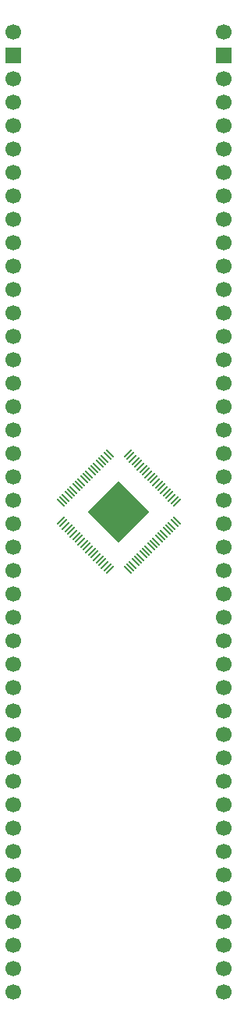
<source format=gts>
G04 #@! TF.GenerationSoftware,KiCad,Pcbnew,9.0.6*
G04 #@! TF.CreationDate,2026-01-02T18:24:05-06:00*
G04 #@! TF.ProjectId,QFN-80_10x10_P0.4,51464e2d-3830-45f3-9130-7831305f5030,rev?*
G04 #@! TF.SameCoordinates,Original*
G04 #@! TF.FileFunction,Soldermask,Top*
G04 #@! TF.FilePolarity,Negative*
%FSLAX46Y46*%
G04 Gerber Fmt 4.6, Leading zero omitted, Abs format (unit mm)*
G04 Created by KiCad (PCBNEW 9.0.6) date 2026-01-02 18:24:05*
%MOMM*%
%LPD*%
G01*
G04 APERTURE LIST*
G04 Aperture macros list*
%AMRoundRect*
0 Rectangle with rounded corners*
0 $1 Rounding radius*
0 $2 $3 $4 $5 $6 $7 $8 $9 X,Y pos of 4 corners*
0 Add a 4 corners polygon primitive as box body*
4,1,4,$2,$3,$4,$5,$6,$7,$8,$9,$2,$3,0*
0 Add four circle primitives for the rounded corners*
1,1,$1+$1,$2,$3*
1,1,$1+$1,$4,$5*
1,1,$1+$1,$6,$7*
1,1,$1+$1,$8,$9*
0 Add four rect primitives between the rounded corners*
20,1,$1+$1,$2,$3,$4,$5,0*
20,1,$1+$1,$4,$5,$6,$7,0*
20,1,$1+$1,$6,$7,$8,$9,0*
20,1,$1+$1,$8,$9,$2,$3,0*%
%AMRotRect*
0 Rectangle, with rotation*
0 The origin of the aperture is its center*
0 $1 length*
0 $2 width*
0 $3 Rotation angle, in degrees counterclockwise*
0 Add horizontal line*
21,1,$1,$2,0,0,$3*%
G04 Aperture macros list end*
%ADD10RoundRect,0.050000X-0.424264X0.353553X0.353553X-0.424264X0.424264X-0.353553X-0.353553X0.424264X0*%
%ADD11RoundRect,0.050000X-0.424264X-0.353553X-0.353553X-0.424264X0.424264X0.353553X0.353553X0.424264X0*%
%ADD12RotRect,4.750000X4.750000X315.000000*%
%ADD13C,1.700000*%
%ADD14R,1.700000X1.700000*%
G04 APERTURE END LIST*
D10*
X137475406Y-121941394D03*
X137192562Y-122224236D03*
X136909720Y-122507080D03*
X136626878Y-122789922D03*
X136344034Y-123072766D03*
X136061192Y-123355608D03*
X135778350Y-123638451D03*
X135495507Y-123921293D03*
X135212665Y-124204135D03*
X134929821Y-124486979D03*
X134646979Y-124769821D03*
X134364135Y-125052665D03*
X134081293Y-125335507D03*
X133798451Y-125618350D03*
X133515608Y-125901192D03*
X133232766Y-126184034D03*
X132949922Y-126466878D03*
X132667080Y-126749720D03*
X132384236Y-127032562D03*
X132101394Y-127315406D03*
D11*
X132101394Y-129224594D03*
X132384236Y-129507438D03*
X132667080Y-129790280D03*
X132949922Y-130073122D03*
X133232766Y-130355966D03*
X133515608Y-130638808D03*
X133798451Y-130921650D03*
X134081293Y-131204493D03*
X134364135Y-131487335D03*
X134646979Y-131770179D03*
X134929821Y-132053021D03*
X135212665Y-132335865D03*
X135495507Y-132618707D03*
X135778350Y-132901549D03*
X136061192Y-133184392D03*
X136344034Y-133467234D03*
X136626878Y-133750078D03*
X136909720Y-134032920D03*
X137192562Y-134315764D03*
X137475406Y-134598606D03*
D10*
X139384594Y-134598606D03*
X139667438Y-134315764D03*
X139950280Y-134032920D03*
X140233122Y-133750078D03*
X140515966Y-133467234D03*
X140798808Y-133184392D03*
X141081650Y-132901549D03*
X141364493Y-132618707D03*
X141647335Y-132335865D03*
X141930179Y-132053021D03*
X142213021Y-131770179D03*
X142495865Y-131487335D03*
X142778707Y-131204493D03*
X143061549Y-130921650D03*
X143344392Y-130638808D03*
X143627234Y-130355966D03*
X143910078Y-130073122D03*
X144192920Y-129790280D03*
X144475764Y-129507438D03*
X144758606Y-129224594D03*
D11*
X144758606Y-127315406D03*
X144475764Y-127032562D03*
X144192920Y-126749720D03*
X143910078Y-126466878D03*
X143627234Y-126184034D03*
X143344392Y-125901192D03*
X143061549Y-125618350D03*
X142778707Y-125335507D03*
X142495865Y-125052665D03*
X142213021Y-124769821D03*
X141930179Y-124486979D03*
X141647335Y-124204135D03*
X141364493Y-123921293D03*
X141081650Y-123638451D03*
X140798808Y-123355608D03*
X140515966Y-123072766D03*
X140233122Y-122789922D03*
X139950280Y-122507080D03*
X139667438Y-122224236D03*
X139384594Y-121941394D03*
D12*
X138430000Y-128270000D03*
D13*
X127000000Y-177800000D03*
X127000000Y-180340000D03*
X127000000Y-76200000D03*
D14*
X127000000Y-78740000D03*
D13*
X127000000Y-81280000D03*
X127000000Y-83820000D03*
X127000000Y-86360000D03*
X127000000Y-88900000D03*
X127000000Y-91440000D03*
X127000000Y-93980000D03*
X127000000Y-96520000D03*
X127000000Y-99060000D03*
X127000000Y-101600000D03*
X127000000Y-104140000D03*
X127000000Y-106680000D03*
X127000000Y-109220000D03*
X127000000Y-111760000D03*
X127000000Y-114300000D03*
X127000000Y-116840000D03*
X127000000Y-119380000D03*
X127000000Y-121920000D03*
X127000000Y-124460000D03*
X127000000Y-127000000D03*
X127000000Y-129540000D03*
X127000000Y-132080000D03*
X127000000Y-134620000D03*
X127000000Y-137160000D03*
X127000000Y-139700000D03*
X127000000Y-142240000D03*
X127000000Y-144780000D03*
X127000000Y-147320000D03*
X127000000Y-149860000D03*
X127000000Y-152400000D03*
X127000000Y-154940000D03*
X127000000Y-157480000D03*
X127000000Y-160020000D03*
X127000000Y-162560000D03*
X127000000Y-165100000D03*
X127000000Y-167640000D03*
X127000000Y-170180000D03*
X127000000Y-172720000D03*
X127000000Y-175260000D03*
X149860000Y-76200000D03*
D14*
X149860000Y-78740000D03*
D13*
X149860000Y-81280000D03*
X149860000Y-83820000D03*
X149860000Y-86360000D03*
X149860000Y-88900000D03*
X149860000Y-91440000D03*
X149860000Y-93980000D03*
X149860000Y-96520000D03*
X149860000Y-99060000D03*
X149860000Y-101600000D03*
X149860000Y-104140000D03*
X149860000Y-106680000D03*
X149860000Y-109220000D03*
X149860000Y-111760000D03*
X149860000Y-114300000D03*
X149860000Y-116840000D03*
X149860000Y-119380000D03*
X149860000Y-121920000D03*
X149860000Y-124460000D03*
X149860000Y-127000000D03*
X149860000Y-129540000D03*
X149860000Y-132080000D03*
X149860000Y-134620000D03*
X149860000Y-137160000D03*
X149860000Y-139700000D03*
X149860000Y-142240000D03*
X149860000Y-144780000D03*
X149860000Y-147320000D03*
X149860000Y-149860000D03*
X149860000Y-152400000D03*
X149860000Y-154940000D03*
X149860000Y-157480000D03*
X149860000Y-160020000D03*
X149860000Y-162560000D03*
X149860000Y-165100000D03*
X149860000Y-167640000D03*
X149860000Y-170180000D03*
X149860000Y-172720000D03*
X149860000Y-175260000D03*
X149860000Y-177800000D03*
X149860000Y-180340000D03*
M02*

</source>
